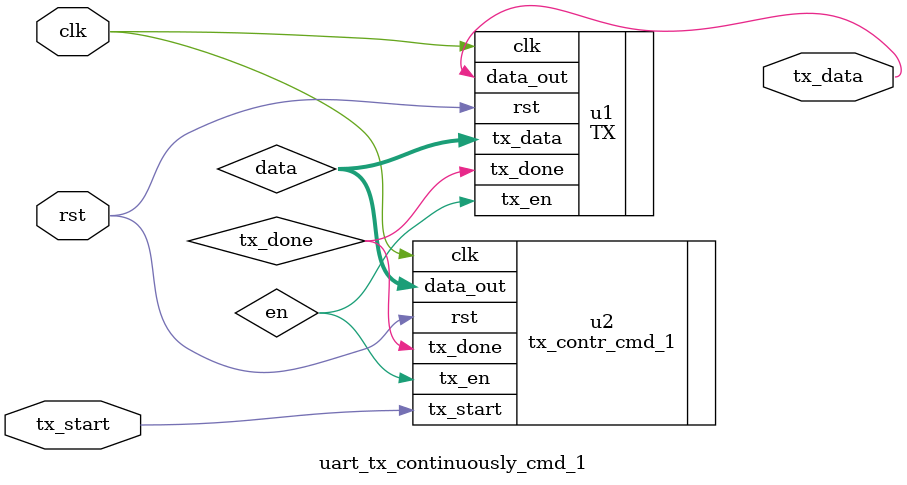
<source format=v>
`timescale 1ns / 1ps
module uart_tx_continuously_cmd_1(
	input clk,
	input rst,
	input tx_start,
	output tx_data
    );
	
	wire [7:0] data;
	wire en;
	wire tx_done;

	
	
	TX u1(
    .clk(clk),
    .rst(rst),
    .tx_data(data),
    .tx_en(en),
	.tx_done(tx_done),
    .data_out(tx_data)
    );
	
	
	tx_contr_cmd_1 u2(
	.clk(clk),
	.rst(rst),
	.tx_start(tx_start),
	.tx_done(tx_done),
	.tx_en(en),
	.data_out(data)
    );

endmodule

</source>
